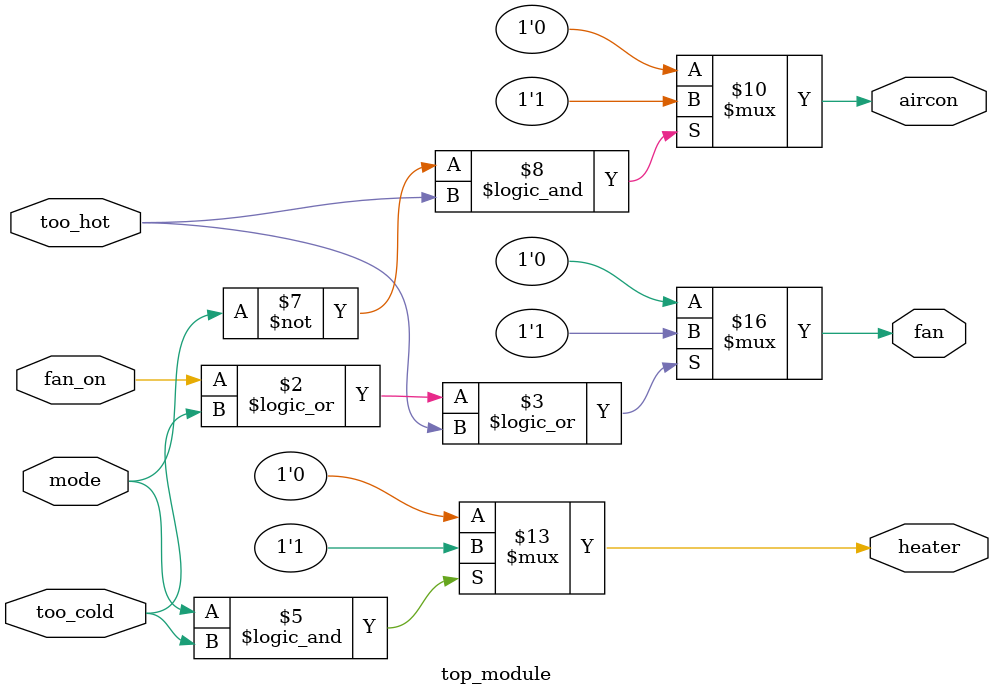
<source format=sv>
module top_module(
    input wire mode,
    input wire too_cold,
    input wire too_hot,
    input wire fan_on,
    output reg heater,
    output reg aircon,
    output reg fan
);

    // Fan control
    always @(*)
    begin
        if (fan_on || too_cold || too_hot)
            fan = 1'b1;
        else
            fan = 1'b0;
    end

    // Heater control
    always @(*)
    begin
        if (mode && too_cold)
            heater = 1'b1;
        else
            heater = 1'b0;
    end

    // Aircon control
    always @(*)
    begin
        if (~mode && too_hot)
            aircon = 1'b1;
        else
            aircon = 1'b0;
    end

endmodule

</source>
